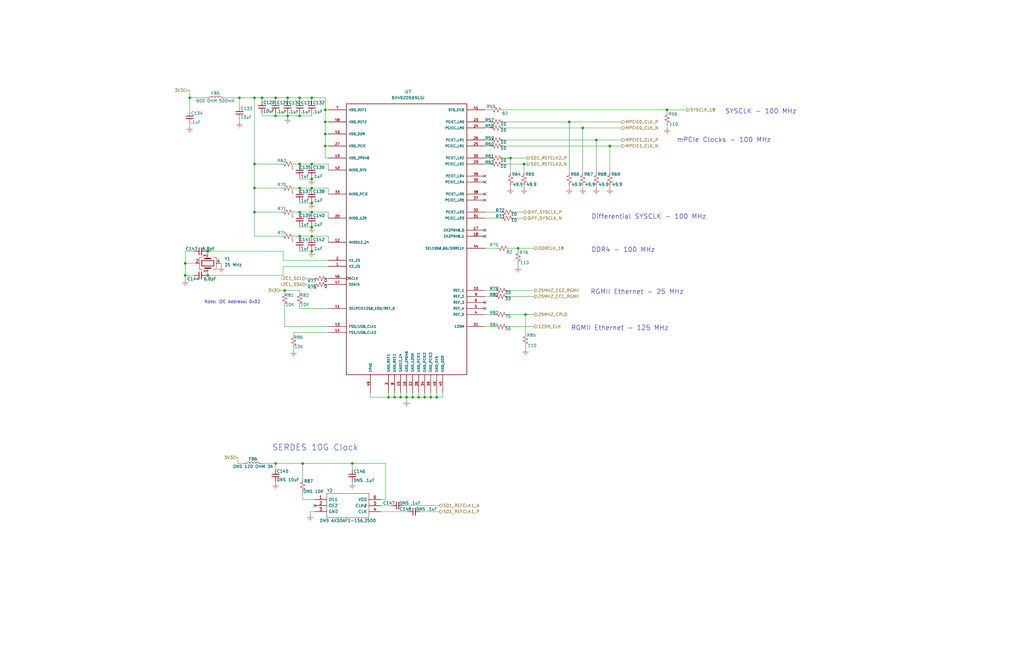
<source format=kicad_sch>
(kicad_sch (version 20200828) (generator eeschema)
  (page 5 6)
  (paper "USLedger")
  (title_block (title "AP2100-power-proto") (date "2020-10-06") (rev "1") (company "ISis ImageStream Internet Solutions, Inc."))
  (lib_symbols
    (symbol "6V49205BNLGI:6V49205BNLGI" (pin_names (offset 1.016))
      (property "Reference" "U" (at -25.4254 59.1312 0))
      (property "Value" "6V49205BNLGI" (at -1.27 59.0804 0))
      (symbol "6V49205BNLGI_0_0"
        (polyline (pts (xy -25.4 58.42) (xy 25.4 58.42)) (stroke (width 0.254)))
        (polyline (pts (xy 25.4 58.42) (xy 25.4 -55.88)) (stroke (width 0.254)))
        (polyline (pts (xy 25.4 -55.88) (xy -25.4 -55.88)) (stroke (width 0.254)))
        (polyline (pts (xy -25.4 -55.88) (xy -25.4 58.42)) (stroke (width 0.254)))
        (pin output line (at -33.02 -10.16 0) (length 7.62) (name "X2_25") (number "1"))
        (pin input line (at -33.02 -7.62 0) (length 7.62) (name "X1_25") (number "2"))
        (pin power_in line (at -7.62 -63.5 90) (length 7.62) (name "GND_REF1") (number "3"))
        (pin output line (at 33.02 -30.48 180) (length 7.62) (name "REF_5") (number "4"))
        (pin output line (at 33.02 -27.94 180) (length 7.62) (name "REF_4") (number "5"))
        (pin output line (at 33.02 -25.4 180) (length 7.62) (name "REF_3") (number "6"))
        (pin power_in line (at -33.02 55.88 0) (length 7.62) (name "VDD_REF1") (number "7"))
        (pin power_in line (at -5.08 -63.5 90) (length 7.62) (name "GND_REF2") (number "8"))
        (pin output line (at 33.02 -22.86 180) (length 7.62) (name "REF_2") (number "9"))
        (pin output line (at 33.02 -20.32 180) (length 7.62) (name "REF_1") (number "10"))
        (pin bidirectional line (at -33.02 -27.94 0) (length 7.62) (name "SELPCIE125#_100/REF_0") (number "11"))
        (pin power_in line (at -33.02 0 0) (length 7.62) (name "AVDD12_24") (number "12"))
        (pin bidirectional line (at -33.02 -35.56 0) (length 7.62) (name "FS0/USB_CLK1") (number "13"))
        (pin bidirectional line (at -33.02 -38.1 0) (length 7.62) (name "FS1/USB_CLK2") (number "14"))
        (pin power_in line (at -2.54 -63.5 90) (length 7.62) (name "GND12_24") (number "15"))
        (pin power_in line (at 0 -63.5 90) (length 7.62) (name "GND_2P048") (number "16"))
        (pin output line (at 33.02 5.08 180) (length 7.62) (name "CK2P048_0") (number "17"))
        (pin output line (at 33.02 2.54 180) (length 7.62) (name "CK2P048_1") (number "18"))
        (pin power_in line (at -33.02 35.56 0) (length 7.62) (name "VDD_2P048") (number "19"))
        (pin power_in line (at -33.02 10.16 0) (length 7.62) (name "AVDD_125") (number "20"))
        (pin output line (at 33.02 -35.56 180) (length 7.62) (name "125M") (number "21"))
        (pin power_in line (at 2.54 -63.5 90) (length 7.62) (name "GND_125M") (number "22"))
        (pin output line (at 33.02 50.8 180) (length 7.62) (name "PCIET_LR0") (number "23"))
        (pin output line (at 33.02 48.26 180) (length 7.62) (name "PCIEC_LR0") (number "24"))
        (pin output line (at 33.02 40.64 180) (length 7.62) (name "PCIEC_LR1") (number "25"))
        (pin output line (at 33.02 43.18 180) (length 7.62) (name "PCIET_LR1") (number "26"))
        (pin power_in line (at -33.02 40.64 0) (length 7.62) (name "VDD_PCIE") (number "27"))
        (pin power_in line (at 5.08 -63.5 90) (length 7.62) (name "GND_PCIE1") (number "28"))
        (pin output line (at 33.02 33.02 180) (length 7.62) (name "PCIEC_LR2") (number "29"))
        (pin output line (at 33.02 35.56 180) (length 7.62) (name "PCIET_LR2") (number "30"))
        (pin output line (at 33.02 10.16 180) (length 7.62) (name "PCIEC_LR3") (number "31"))
        (pin output line (at 33.02 12.7 180) (length 7.62) (name "PCIET_LR3") (number "32"))
        (pin power_in line (at -33.02 20.32 0) (length 7.62) (name "AVDD_PCIE") (number "33"))
        (pin power_in line (at 7.62 -63.5 90) (length 7.62) (name "GND_PCIE2") (number "34"))
        (pin output line (at 33.02 25.4 180) (length 7.62) (name "PCIEC_LR4") (number "35"))
        (pin output line (at 33.02 27.94 180) (length 7.62) (name "PCIET_LR4") (number "36"))
        (pin output line (at 33.02 17.78 180) (length 7.62) (name "PCIEC_LR5") (number "37"))
        (pin output line (at 33.02 20.32 180) (length 7.62) (name "PCIET_LR5") (number "38"))
        (pin power_in line (at 10.16 -63.5 90) (length 7.62) (name "GND_PCIE3") (number "39"))
        (pin power_in line (at 12.7 -63.5 90) (length 7.62) (name "GND_SYS") (number "40"))
        (pin output line (at 33.02 55.88 180) (length 7.62) (name "SYS_CCB") (number "41"))
        (pin power_in line (at -33.02 30.48 0) (length 7.62) (name "AVDD_SYS") (number "42"))
        (pin power_in line (at -33.02 45.72 0) (length 7.62) (name "VDD_DDR") (number "43"))
        (pin bidirectional line (at 33.02 -2.54 180) (length 7.62) (name "SEL100#_66/DDRCLK") (number "44"))
        (pin power_in line (at 15.24 -63.5 90) (length 7.62) (name "GND_DDR") (number "45"))
        (pin input clock (at -33.02 -15.24 0) (length 7.62) (name "SCLK") (number "46"))
        (pin bidirectional line (at -33.02 -17.78 0) (length 7.62) (name "SDATA") (number "47"))
        (pin power_in line (at -33.02 50.8 0) (length 7.62) (name "VDD_REF2") (number "48"))
        (pin passive line (at -15.24 -63.5 90) (length 7.62) (name "EPAD") (number "49"))
      )
    )
    (symbol "AP2100-rescue:GND-Scott" (power) (pin_names (offset 0))
      (property "Value" "GND-Scott" (at 0 -3.81 0))
      (symbol "GND-Scott_1_1"
        (polyline (pts (xy -0.635 -1.905) (xy 0.635 -1.905)))
        (polyline (pts (xy -0.127 -2.54) (xy 0.127 -2.54)))
        (polyline (pts (xy 0 -1.27) (xy 0 0)))
        (polyline (pts (xy 1.27 -1.27) (xy -1.27 -1.27)))
        (pin power_in line (at 0 0 270) (length 0) hide (name "GND") (number "1"))
      )
    )
    (symbol "AX3DCF1-156.2500:AX3DCF1-156.2500" (pin_names (offset 0.762))
      (property "Reference" "Y" (at 24.13 7.62 0))
      (property "Value" "AX3DCF1-156.2500" (at 24.13 5.08 0))
      (symbol "AX3DCF1-156.2500_0_1"
        (polyline (pts (xy 5.08 2.54) (xy 22.86 2.54) (xy 22.86 -7.62) (xy 5.08 -7.62) (xy 5.08 2.54)) (stroke (width 0.1524)))
      )
      (symbol "AX3DCF1-156.2500_0_0"
        (pin input line (at 0 0 0) (length 5.08) (name "OE1") (number "1"))
        (pin input line (at 0 -2.54 0) (length 5.08) (name "OE2") (number "2"))
        (pin power_in line (at 0 -5.08 0) (length 5.08) (name "GND") (number "3"))
        (pin output line (at 27.94 -5.08 180) (length 5.08) (name "CLK") (number "4"))
        (pin output line (at 27.94 -2.54 180) (length 5.08) (name "CLK#") (number "5"))
        (pin power_in line (at 27.94 0 180) (length 5.08) (name "VDD") (number "6"))
      )
    )
    (symbol "Device:C_Small" (pin_numbers hide) (pin_names (offset 0.254) hide)
      (property "Reference" "C" (at 0.254 1.778 0))
      (property "Value" "C_Small" (at 0.254 -2.032 0))
      (symbol "C_Small_0_1"
        (polyline (pts (xy -1.524 -0.508) (xy 1.524 -0.508)) (stroke (width 0.3302)))
        (polyline (pts (xy -1.524 0.508) (xy 1.524 0.508)) (stroke (width 0.3048)))
      )
      (symbol "C_Small_1_1"
        (pin passive line (at 0 2.54 270) (length 2.032) (name "~") (number "1"))
        (pin passive line (at 0 -2.54 90) (length 2.032) (name "~") (number "2"))
      )
    )
    (symbol "Device:Crystal_GND24" (pin_names (offset 1.016) hide)
      (property "Reference" "Y" (at 3.175 5.08 0))
      (property "Value" "Crystal_GND24" (at 3.175 3.175 0))
      (symbol "Crystal_GND24_0_1"
        (rectangle (start -1.143 2.54) (end 1.143 -2.54) (stroke (width 0.3048)))
        (polyline (pts (xy -2.54 0) (xy -2.032 0)))
        (polyline (pts (xy -2.032 -1.27) (xy -2.032 1.27)) (stroke (width 0.508)))
        (polyline (pts (xy 0 -3.81) (xy 0 -3.556)))
        (polyline (pts (xy 0 3.556) (xy 0 3.81)))
        (polyline (pts (xy 2.032 -1.27) (xy 2.032 1.27)) (stroke (width 0.508)))
        (polyline (pts (xy 2.032 0) (xy 2.54 0)))
        (polyline (pts (xy -2.54 -2.286) (xy -2.54 -3.556) (xy 2.54 -3.556) (xy 2.54 -2.286)))
        (polyline (pts (xy -2.54 2.286) (xy -2.54 3.556) (xy 2.54 3.556) (xy 2.54 2.286)))
      )
      (symbol "Crystal_GND24_1_1"
        (pin passive line (at -3.81 0 0) (length 1.27) (name "1") (number "1"))
        (pin passive line (at 0 5.08 270) (length 1.27) (name "2") (number "2"))
        (pin passive line (at 3.81 0 180) (length 1.27) (name "3") (number "3"))
        (pin passive line (at 0 -5.08 90) (length 1.27) (name "4") (number "4"))
      )
    )
    (symbol "Device:L" (pin_numbers hide) (pin_names hide)
      (property "Reference" "L" (at -1.27 0 90))
      (property "Value" "L" (at 1.905 0 90))
      (symbol "L_0_1"
        (arc (start 0 -2.54) (end 0 -1.27) (radius (at 0 -1.905) (length 0.635) (angles -89.9 89.9)))
        (arc (start 0 -1.27) (end 0 0) (radius (at 0 -0.635) (length 0.635) (angles -89.9 89.9)))
        (arc (start 0 0) (end 0 1.27) (radius (at 0 0.635) (length 0.635) (angles -89.9 89.9)))
        (arc (start 0 1.27) (end 0 2.54) (radius (at 0 1.905) (length 0.635) (angles -89.9 89.9)))
      )
      (symbol "L_1_1"
        (pin passive line (at 0 3.81 270) (length 1.27) (name "1") (number "1"))
        (pin passive line (at 0 -3.81 90) (length 1.27) (name "2") (number "2"))
      )
    )
    (symbol "Device:R_Small_US" (pin_numbers hide) (pin_names (offset 0.254) hide)
      (property "Reference" "R" (at 0.762 0.508 0))
      (property "Value" "R_Small_US" (at 0.762 -1.016 0))
      (symbol "R_Small_US_1_1"
        (polyline (pts (xy 0 0) (xy 1.016 -0.381) (xy 0 -0.762) (xy -1.016 -1.143) (xy 0 -1.524)))
        (polyline (pts (xy 0 1.524) (xy 1.016 1.143) (xy 0 0.762) (xy -1.016 0.381) (xy 0 0)))
        (pin passive line (at 0 2.54 270) (length 1.016) (name "~") (number "1"))
        (pin passive line (at 0 -2.54 90) (length 1.016) (name "~") (number "2"))
      )
    )
  )
  (junction (at 78.105 111.125) (diameter 0.9144))
  (junction (at 78.105 116.205) (diameter 0.9144))
  (junction (at 80.01 41.275) (diameter 0.9144))
  (junction (at 87.63 106.045) (diameter 0.9144))
  (junction (at 87.63 116.205) (diameter 0.9144))
  (junction (at 100.965 41.275) (diameter 0.9144))
  (junction (at 107.315 41.275) (diameter 0.9144))
  (junction (at 107.315 69.215) (diameter 0.9144))
  (junction (at 107.315 79.375) (diameter 0.9144))
  (junction (at 107.315 89.535) (diameter 0.9144))
  (junction (at 110.49 41.275) (diameter 0.9144))
  (junction (at 116.205 41.275) (diameter 0.9144))
  (junction (at 116.205 48.895) (diameter 0.9144))
  (junction (at 116.205 195.58) (diameter 0.9144))
  (junction (at 120.015 122.555) (diameter 0.9144))
  (junction (at 121.285 41.275) (diameter 0.9144))
  (junction (at 121.285 48.895) (diameter 0.9144))
  (junction (at 126.365 41.275) (diameter 0.9144))
  (junction (at 126.365 48.895) (diameter 0.9144))
  (junction (at 126.365 69.215) (diameter 0.9144))
  (junction (at 126.365 79.375) (diameter 0.9144))
  (junction (at 126.365 89.535) (diameter 0.9144))
  (junction (at 126.365 99.695) (diameter 0.9144))
  (junction (at 127.635 195.58) (diameter 0.9144))
  (junction (at 131.445 41.275) (diameter 0.9144))
  (junction (at 131.445 69.215) (diameter 0.9144))
  (junction (at 131.445 75.565) (diameter 0.9144))
  (junction (at 131.445 79.375) (diameter 0.9144))
  (junction (at 131.445 85.725) (diameter 0.9144))
  (junction (at 131.445 89.535) (diameter 0.9144))
  (junction (at 131.445 95.885) (diameter 0.9144))
  (junction (at 131.445 99.695) (diameter 0.9144))
  (junction (at 131.445 106.045) (diameter 0.9144))
  (junction (at 137.16 46.355) (diameter 0.9144))
  (junction (at 137.16 51.435) (diameter 0.9144))
  (junction (at 137.16 56.515) (diameter 0.9144))
  (junction (at 137.16 61.595) (diameter 0.9144))
  (junction (at 148.59 195.58) (diameter 0.9144))
  (junction (at 163.83 167.64) (diameter 0.9144))
  (junction (at 166.37 167.64) (diameter 0.9144))
  (junction (at 168.91 167.64) (diameter 0.9144))
  (junction (at 171.45 167.64) (diameter 0.9144))
  (junction (at 173.99 167.64) (diameter 0.9144))
  (junction (at 176.53 167.64) (diameter 0.9144))
  (junction (at 179.07 167.64) (diameter 0.9144))
  (junction (at 181.61 167.64) (diameter 0.9144))
  (junction (at 184.15 167.64) (diameter 0.9144))
  (junction (at 215.265 66.675) (diameter 0.9144))
  (junction (at 218.44 104.775) (diameter 0.9144))
  (junction (at 220.98 69.215) (diameter 0.9144))
  (junction (at 221.615 132.715) (diameter 0.9144))
  (junction (at 240.03 51.435) (diameter 0.9144))
  (junction (at 245.745 53.975) (diameter 0.9144))
  (junction (at 251.46 59.055) (diameter 0.9144))
  (junction (at 257.175 61.595) (diameter 0.9144))
  (junction (at 281.305 46.355) (diameter 0.9144))
  (no_connect (at 204.47 130.175))
  (no_connect (at 204.47 99.695))
  (no_connect (at 204.47 127.635))
  (no_connect (at 204.47 97.155))
  (no_connect (at 204.47 84.455))
  (no_connect (at 204.47 74.295))
  (no_connect (at 204.47 76.835))
  (no_connect (at 204.47 81.915))
  (no_connect (at 132.715 213.36))
  (wire (pts (xy 78.105 106.045) (xy 78.105 111.125)))
  (wire (pts (xy 78.105 106.045) (xy 81.915 106.045)))
  (wire (pts (xy 78.105 111.125) (xy 78.105 116.205)))
  (wire (pts (xy 78.105 111.125) (xy 82.55 111.125)))
  (wire (pts (xy 78.105 116.205) (xy 78.105 118.11)))
  (wire (pts (xy 78.105 116.205) (xy 81.915 116.205)))
  (wire (pts (xy 78.74 38.1) (xy 80.01 38.1)))
  (wire (pts (xy 80.01 38.1) (xy 80.01 41.275)))
  (wire (pts (xy 80.01 41.275) (xy 80.01 46.99)))
  (wire (pts (xy 80.01 52.07) (xy 80.01 53.34)))
  (wire (pts (xy 86.995 41.275) (xy 80.01 41.275)))
  (wire (pts (xy 86.995 106.045) (xy 87.63 106.045)))
  (wire (pts (xy 86.995 116.205) (xy 87.63 116.205)))
  (wire (pts (xy 87.63 106.045) (xy 119.38 106.045)))
  (wire (pts (xy 87.63 107.315) (xy 87.63 106.045)))
  (wire (pts (xy 87.63 116.205) (xy 87.63 114.935)))
  (wire (pts (xy 93.345 111.125) (xy 92.71 111.125)))
  (wire (pts (xy 93.345 112.395) (xy 93.345 111.125)))
  (wire (pts (xy 94.615 41.275) (xy 100.965 41.275)))
  (wire (pts (xy 99.695 193.04) (xy 100.33 193.04)))
  (wire (pts (xy 100.33 193.04) (xy 100.33 195.58)))
  (wire (pts (xy 100.965 41.275) (xy 100.965 45.085)))
  (wire (pts (xy 100.965 50.165) (xy 100.965 51.435)))
  (wire (pts (xy 102.87 195.58) (xy 100.33 195.58)))
  (wire (pts (xy 107.315 41.275) (xy 100.965 41.275)))
  (wire (pts (xy 107.315 69.215) (xy 107.315 41.275)))
  (wire (pts (xy 107.315 69.215) (xy 118.745 69.215)))
  (wire (pts (xy 107.315 79.375) (xy 107.315 69.215)))
  (wire (pts (xy 107.315 79.375) (xy 118.745 79.375)))
  (wire (pts (xy 107.315 89.535) (xy 107.315 79.375)))
  (wire (pts (xy 107.315 89.535) (xy 118.745 89.535)))
  (wire (pts (xy 107.315 99.695) (xy 107.315 89.535)))
  (wire (pts (xy 110.49 41.275) (xy 107.315 41.275)))
  (wire (pts (xy 110.49 41.275) (xy 116.205 41.275)))
  (wire (pts (xy 110.49 42.545) (xy 110.49 41.275)))
  (wire (pts (xy 110.49 47.625) (xy 110.49 48.895)))
  (wire (pts (xy 110.49 48.895) (xy 116.205 48.895)))
  (wire (pts (xy 116.205 41.275) (xy 116.205 42.545)))
  (wire (pts (xy 116.205 41.275) (xy 121.285 41.275)))
  (wire (pts (xy 116.205 47.625) (xy 116.205 48.895)))
  (wire (pts (xy 116.205 48.895) (xy 121.285 48.895)))
  (wire (pts (xy 116.205 195.58) (xy 110.49 195.58)))
  (wire (pts (xy 116.205 195.58) (xy 116.205 198.12)))
  (wire (pts (xy 116.205 203.2) (xy 116.205 203.835)))
  (wire (pts (xy 118.11 122.555) (xy 120.015 122.555)))
  (wire (pts (xy 118.745 99.695) (xy 107.315 99.695)))
  (wire (pts (xy 119.38 106.045) (xy 119.38 109.855)))
  (wire (pts (xy 119.38 109.855) (xy 138.43 109.855)))
  (wire (pts (xy 119.38 112.395) (xy 119.38 116.205)))
  (wire (pts (xy 119.38 116.205) (xy 87.63 116.205)))
  (wire (pts (xy 120.015 122.555) (xy 120.015 123.825)))
  (wire (pts (xy 120.015 122.555) (xy 126.365 122.555)))
  (wire (pts (xy 120.015 128.905) (xy 120.015 137.795)))
  (wire (pts (xy 120.015 137.795) (xy 138.43 137.795)))
  (wire (pts (xy 121.285 41.275) (xy 121.285 42.545)))
  (wire (pts (xy 121.285 41.275) (xy 126.365 41.275)))
  (wire (pts (xy 121.285 47.625) (xy 121.285 48.895)))
  (wire (pts (xy 121.285 48.895) (xy 121.285 49.53)))
  (wire (pts (xy 123.825 140.335) (xy 123.825 141.605)))
  (wire (pts (xy 123.825 146.685) (xy 123.825 147.955)))
  (wire (pts (xy 126.365 41.275) (xy 126.365 42.545)))
  (wire (pts (xy 126.365 41.275) (xy 131.445 41.275)))
  (wire (pts (xy 126.365 47.625) (xy 126.365 48.895)))
  (wire (pts (xy 126.365 48.895) (xy 121.285 48.895)))
  (wire (pts (xy 126.365 48.895) (xy 131.445 48.895)))
  (wire (pts (xy 126.365 69.215) (xy 123.825 69.215)))
  (wire (pts (xy 126.365 69.215) (xy 126.365 69.85)))
  (wire (pts (xy 126.365 74.93) (xy 126.365 75.565)))
  (wire (pts (xy 126.365 75.565) (xy 131.445 75.565)))
  (wire (pts (xy 126.365 79.375) (xy 123.825 79.375)))
  (wire (pts (xy 126.365 79.375) (xy 126.365 80.01)))
  (wire (pts (xy 126.365 85.09) (xy 126.365 85.725)))
  (wire (pts (xy 126.365 85.725) (xy 131.445 85.725)))
  (wire (pts (xy 126.365 89.535) (xy 123.825 89.535)))
  (wire (pts (xy 126.365 89.535) (xy 126.365 90.17)))
  (wire (pts (xy 126.365 95.25) (xy 126.365 95.885)))
  (wire (pts (xy 126.365 95.885) (xy 131.445 95.885)))
  (wire (pts (xy 126.365 99.695) (xy 123.825 99.695)))
  (wire (pts (xy 126.365 99.695) (xy 126.365 100.33)))
  (wire (pts (xy 126.365 105.41) (xy 126.365 106.045)))
  (wire (pts (xy 126.365 106.045) (xy 131.445 106.045)))
  (wire (pts (xy 126.365 123.825) (xy 126.365 122.555)))
  (wire (pts (xy 126.365 130.175) (xy 126.365 128.905)))
  (wire (pts (xy 127.635 195.58) (xy 116.205 195.58)))
  (wire (pts (xy 127.635 195.58) (xy 127.635 202.565)))
  (wire (pts (xy 127.635 207.645) (xy 127.635 210.82)))
  (wire (pts (xy 127.635 210.82) (xy 132.715 210.82)))
  (wire (pts (xy 128.905 117.475) (xy 132.715 117.475)))
  (wire (pts (xy 128.905 120.015) (xy 132.715 120.015)))
  (wire (pts (xy 130.81 215.9) (xy 130.81 217.17)))
  (wire (pts (xy 131.445 41.275) (xy 131.445 42.545)))
  (wire (pts (xy 131.445 41.275) (xy 137.16 41.275)))
  (wire (pts (xy 131.445 48.895) (xy 131.445 47.625)))
  (wire (pts (xy 131.445 69.215) (xy 126.365 69.215)))
  (wire (pts (xy 131.445 69.215) (xy 131.445 69.85)))
  (wire (pts (xy 131.445 74.93) (xy 131.445 75.565)))
  (wire (pts (xy 131.445 79.375) (xy 126.365 79.375)))
  (wire (pts (xy 131.445 79.375) (xy 131.445 80.01)))
  (wire (pts (xy 131.445 85.09) (xy 131.445 85.725)))
  (wire (pts (xy 131.445 89.535) (xy 126.365 89.535)))
  (wire (pts (xy 131.445 89.535) (xy 131.445 90.17)))
  (wire (pts (xy 131.445 95.25) (xy 131.445 95.885)))
  (wire (pts (xy 131.445 99.695) (xy 126.365 99.695)))
  (wire (pts (xy 131.445 99.695) (xy 131.445 100.33)))
  (wire (pts (xy 131.445 105.41) (xy 131.445 106.045)))
  (wire (pts (xy 132.715 215.9) (xy 130.81 215.9)))
  (wire (pts (xy 137.16 41.275) (xy 137.16 46.355)))
  (wire (pts (xy 137.16 46.355) (xy 137.16 51.435)))
  (wire (pts (xy 137.16 46.355) (xy 138.43 46.355)))
  (wire (pts (xy 137.16 51.435) (xy 137.16 56.515)))
  (wire (pts (xy 137.16 51.435) (xy 138.43 51.435)))
  (wire (pts (xy 137.16 56.515) (xy 137.16 61.595)))
  (wire (pts (xy 137.16 56.515) (xy 138.43 56.515)))
  (wire (pts (xy 137.16 61.595) (xy 137.16 66.675)))
  (wire (pts (xy 137.16 61.595) (xy 138.43 61.595)))
  (wire (pts (xy 137.16 66.675) (xy 138.43 66.675)))
  (wire (pts (xy 137.795 117.475) (xy 138.43 117.475)))
  (wire (pts (xy 137.795 120.015) (xy 138.43 120.015)))
  (wire (pts (xy 138.43 69.215) (xy 131.445 69.215)))
  (wire (pts (xy 138.43 69.215) (xy 138.43 71.755)))
  (wire (pts (xy 138.43 79.375) (xy 131.445 79.375)))
  (wire (pts (xy 138.43 79.375) (xy 138.43 81.915)))
  (wire (pts (xy 138.43 89.535) (xy 131.445 89.535)))
  (wire (pts (xy 138.43 89.535) (xy 138.43 92.075)))
  (wire (pts (xy 138.43 99.695) (xy 131.445 99.695)))
  (wire (pts (xy 138.43 99.695) (xy 138.43 102.235)))
  (wire (pts (xy 138.43 112.395) (xy 119.38 112.395)))
  (wire (pts (xy 138.43 130.175) (xy 126.365 130.175)))
  (wire (pts (xy 138.43 140.335) (xy 123.825 140.335)))
  (wire (pts (xy 148.59 195.58) (xy 127.635 195.58)))
  (wire (pts (xy 148.59 195.58) (xy 148.59 198.12)))
  (wire (pts (xy 148.59 203.2) (xy 148.59 203.835)))
  (wire (pts (xy 156.21 165.735) (xy 156.21 167.64)))
  (wire (pts (xy 156.21 167.64) (xy 163.83 167.64)))
  (wire (pts (xy 160.655 210.82) (xy 162.56 210.82)))
  (wire (pts (xy 160.655 213.36) (xy 165.1 213.36)))
  (wire (pts (xy 160.655 215.9) (xy 172.085 215.9)))
  (wire (pts (xy 162.56 195.58) (xy 148.59 195.58)))
  (wire (pts (xy 162.56 210.82) (xy 162.56 195.58)))
  (wire (pts (xy 163.83 165.735) (xy 163.83 167.64)))
  (wire (pts (xy 163.83 167.64) (xy 166.37 167.64)))
  (wire (pts (xy 166.37 165.735) (xy 166.37 167.64)))
  (wire (pts (xy 166.37 167.64) (xy 168.91 167.64)))
  (wire (pts (xy 168.91 165.735) (xy 168.91 167.64)))
  (wire (pts (xy 168.91 167.64) (xy 171.45 167.64)))
  (wire (pts (xy 170.18 213.36) (xy 185.42 213.36)))
  (wire (pts (xy 171.45 165.735) (xy 171.45 167.64)))
  (wire (pts (xy 171.45 167.64) (xy 171.45 168.91)))
  (wire (pts (xy 171.45 167.64) (xy 173.99 167.64)))
  (wire (pts (xy 173.99 165.735) (xy 173.99 167.64)))
  (wire (pts (xy 173.99 167.64) (xy 176.53 167.64)))
  (wire (pts (xy 176.53 165.735) (xy 176.53 167.64)))
  (wire (pts (xy 176.53 167.64) (xy 179.07 167.64)))
  (wire (pts (xy 177.165 215.9) (xy 185.42 215.9)))
  (wire (pts (xy 179.07 165.735) (xy 179.07 167.64)))
  (wire (pts (xy 179.07 167.64) (xy 181.61 167.64)))
  (wire (pts (xy 181.61 165.735) (xy 181.61 167.64)))
  (wire (pts (xy 181.61 167.64) (xy 184.15 167.64)))
  (wire (pts (xy 184.15 165.735) (xy 184.15 167.64)))
  (wire (pts (xy 184.15 167.64) (xy 186.69 167.64)))
  (wire (pts (xy 186.69 167.64) (xy 186.69 165.735)))
  (wire (pts (xy 204.47 46.355) (xy 207.01 46.355)))
  (wire (pts (xy 204.47 51.435) (xy 207.01 51.435)))
  (wire (pts (xy 204.47 53.975) (xy 207.01 53.975)))
  (wire (pts (xy 204.47 59.055) (xy 207.01 59.055)))
  (wire (pts (xy 204.47 61.595) (xy 207.01 61.595)))
  (wire (pts (xy 204.47 66.675) (xy 207.01 66.675)))
  (wire (pts (xy 204.47 69.215) (xy 207.01 69.215)))
  (wire (pts (xy 204.47 89.535) (xy 211.455 89.535)))
  (wire (pts (xy 204.47 92.075) (xy 211.455 92.075)))
  (wire (pts (xy 204.47 104.775) (xy 209.55 104.775)))
  (wire (pts (xy 204.47 122.555) (xy 208.915 122.555)))
  (wire (pts (xy 204.47 125.095) (xy 208.915 125.095)))
  (wire (pts (xy 204.47 132.715) (xy 208.915 132.715)))
  (wire (pts (xy 204.47 137.795) (xy 208.915 137.795)))
  (wire (pts (xy 212.09 46.355) (xy 281.305 46.355)))
  (wire (pts (xy 212.09 51.435) (xy 240.03 51.435)))
  (wire (pts (xy 212.09 53.975) (xy 245.745 53.975)))
  (wire (pts (xy 212.09 59.055) (xy 251.46 59.055)))
  (wire (pts (xy 212.09 61.595) (xy 257.175 61.595)))
  (wire (pts (xy 212.09 69.215) (xy 220.98 69.215)))
  (wire (pts (xy 213.36 66.675) (xy 215.265 66.675)))
  (wire (pts (xy 213.995 122.555) (xy 225.425 122.555)))
  (wire (pts (xy 213.995 125.095) (xy 225.425 125.095)))
  (wire (pts (xy 213.995 132.715) (xy 221.615 132.715)))
  (wire (pts (xy 213.995 137.795) (xy 225.425 137.795)))
  (wire (pts (xy 214.63 104.775) (xy 218.44 104.775)))
  (wire (pts (xy 215.265 66.675) (xy 212.09 66.675)))
  (wire (pts (xy 215.265 66.675) (xy 215.265 73.025)))
  (wire (pts (xy 215.265 66.675) (xy 222.25 66.675)))
  (wire (pts (xy 215.265 78.105) (xy 215.265 79.375)))
  (wire (pts (xy 216.535 89.535) (xy 220.98 89.535)))
  (wire (pts (xy 216.535 92.075) (xy 220.98 92.075)))
  (wire (pts (xy 218.44 104.775) (xy 218.44 106.045)))
  (wire (pts (xy 218.44 104.775) (xy 225.425 104.775)))
  (wire (pts (xy 218.44 111.125) (xy 218.44 112.395)))
  (wire (pts (xy 220.98 69.215) (xy 220.98 73.025)))
  (wire (pts (xy 220.98 69.215) (xy 222.25 69.215)))
  (wire (pts (xy 220.98 78.105) (xy 220.98 79.375)))
  (wire (pts (xy 221.615 132.715) (xy 221.615 140.97)))
  (wire (pts (xy 221.615 132.715) (xy 225.425 132.715)))
  (wire (pts (xy 221.615 146.05) (xy 221.615 147.32)))
  (wire (pts (xy 240.03 51.435) (xy 240.03 73.025)))
  (wire (pts (xy 240.03 51.435) (xy 262.255 51.435)))
  (wire (pts (xy 240.03 78.105) (xy 240.03 79.375)))
  (wire (pts (xy 245.745 53.975) (xy 245.745 73.025)))
  (wire (pts (xy 245.745 53.975) (xy 262.255 53.975)))
  (wire (pts (xy 245.745 78.105) (xy 245.745 79.375)))
  (wire (pts (xy 251.46 59.055) (xy 251.46 73.025)))
  (wire (pts (xy 251.46 59.055) (xy 262.255 59.055)))
  (wire (pts (xy 251.46 78.105) (xy 251.46 79.375)))
  (wire (pts (xy 257.175 61.595) (xy 257.175 73.025)))
  (wire (pts (xy 257.175 61.595) (xy 262.255 61.595)))
  (wire (pts (xy 257.175 78.105) (xy 257.175 79.375)))
  (wire (pts (xy 281.305 46.355) (xy 281.305 47.625)))
  (wire (pts (xy 281.305 46.355) (xy 289.56 46.355)))
  (wire (pts (xy 281.305 52.705) (xy 281.305 53.975)))
  (text "Note: I2C Address: 0xD2" (at 109.855 128.27 180) (effects (font (size 1.27 1.27)) (justify right bottom)))
  (text "SERDES 10G Clock" (at 151.13 190.5 180) (effects (font (size 2.54 2.54)) (justify right bottom)))
  (text "DDR4 - 100 MHz" (at 276.225 106.68 180) (effects (font (size 2.0066 2.0066)) (justify right bottom)))
  (text "RGMII Ethernet - 125 MHz" (at 281.94 139.7 180) (effects (font (size 2.0066 2.0066)) (justify right bottom)))
  (text "RGMII Ethernet - 25 MHz" (at 288.29 124.46 180) (effects (font (size 2.0066 2.0066)) (justify right bottom)))
  (text "Differential SYSCLK - 100 MHz" (at 297.815 92.71 180) (effects (font (size 2.0066 2.0066)) (justify right bottom)))
  (text "mPCIe Clocks - 100 MHz" (at 325.12 60.325 180) (effects (font (size 2.0066 2.0066)) (justify right bottom)))
  (text "SYSCLK - 100 MHz" (at 335.915 48.26 180) (effects (font (size 2.0066 2.0066)) (justify right bottom)))
  (hierarchical_label "3V3" (shape input) (at 78.74 38.1 180))
  (hierarchical_label "3V3" (shape input) (at 99.695 193.04 180))
  (hierarchical_label "3V3" (shape input) (at 118.11 122.555 180))
  (hierarchical_label "I2C1_SCL" (shape input) (at 128.905 117.475 180))
  (hierarchical_label "I2C1_SDA" (shape input) (at 128.905 120.015 180))
  (hierarchical_label "SD1_REFCLK1_N" (shape output) (at 185.42 213.36 0))
  (hierarchical_label "SD1_REFCLK1_P" (shape output) (at 185.42 215.9 0))
  (hierarchical_label "DIFF_SYSCLK_P" (shape output) (at 220.98 89.535 0))
  (hierarchical_label "DIFF_SYSCLK_N" (shape output) (at 220.98 92.075 0))
  (hierarchical_label "SD1_REFCLK2_P" (shape output) (at 222.25 66.675 0))
  (hierarchical_label "SD1_REFCLK2_N" (shape output) (at 222.25 69.215 0))
  (hierarchical_label "DDRCLK_18" (shape output) (at 225.425 104.775 0))
  (hierarchical_label "25MHZ_EC2_RGMII" (shape output) (at 225.425 122.555 0))
  (hierarchical_label "25MHZ_EC1_RGMII" (shape output) (at 225.425 125.095 0))
  (hierarchical_label "25MHZ_CPLD" (shape output) (at 225.425 132.715 0))
  (hierarchical_label "125M_CLK" (shape output) (at 225.425 137.795 0))
  (hierarchical_label "MPCIE0_CLK_P" (shape output) (at 262.255 51.435 0))
  (hierarchical_label "MPCIE0_CLK_N" (shape output) (at 262.255 53.975 0))
  (hierarchical_label "MPCIE1_CLK_P" (shape output) (at 262.255 59.055 0))
  (hierarchical_label "MPCIE1_CLK_N" (shape output) (at 262.255 61.595 0))
  (hierarchical_label "SYSCLK_18" (shape output) (at 289.56 46.355 0))
  (symbol (lib_id "Device:L") (at 90.805 41.275 270) (mirror x) (unit 1)
    (property "Reference" "FB5" (at 90.805 39.37 90))
    (property "Value" "600 OHM 500mA" (at 90.805 42.545 90))
    (property "Footprint" "Inductor_SMD:L_0603_1608Metric" (effects hide))
    (property "Datasheet" "https://www.mouser.com/datasheet/2/281/c31e-794748.pdf" (effects hide))
    (property "PartsBoxID" "0603-600R-500mA" (effects hide))
  )
  (symbol (lib_id "Device:L") (at 106.68 195.58 90) (unit 1)
    (property "Reference" "FB6" (at 106.68 193.675 90))
    (property "Value" "DNS 120 OHM 3A" (at 106.68 196.85 90))
    (property "Footprint" "Inductor_SMD:L_0603_1608Metric" (effects hide))
    (property "PartsBoxID" "0603-120R-3A" (effects hide))
  )
  (symbol (lib_id "AP2100-rescue:GND-Scott") (at 78.105 118.11 0) (unit 1)
    (property "Reference" "#PWR085" (effects hide))
    (property "Value" "GND" (effects hide))
  )
  (symbol (lib_id "AP2100-rescue:GND-Scott") (at 80.01 53.34 0) (unit 1)
    (property "Reference" "#PWR071" (effects hide))
    (property "Value" "GND" (effects hide))
  )
  (symbol (lib_id "AP2100-rescue:GND-Scott") (at 93.345 112.395 0) (unit 1)
    (property "Reference" "#PWR083" (effects hide))
    (property "Value" "GND" (effects hide))
  )
  (symbol (lib_id "AP2100-rescue:GND-Scott") (at 100.965 51.435 0) (unit 1)
    (property "Reference" "#PWR070" (effects hide))
    (property "Value" "GND" (effects hide))
  )
  (symbol (lib_id "AP2100-rescue:GND-Scott") (at 116.205 203.835 0) (unit 1)
    (property "Reference" "#PWR089" (effects hide))
    (property "Value" "GND" (effects hide))
  )
  (symbol (lib_id "AP2100-rescue:GND-Scott") (at 121.285 49.53 0) (unit 1)
    (property "Reference" "#PWR069" (effects hide))
    (property "Value" "GND" (effects hide))
  )
  (symbol (lib_id "AP2100-rescue:GND-Scott") (at 123.825 147.955 0) (unit 1)
    (property "Reference" "#PWR087" (effects hide))
    (property "Value" "GND" (effects hide))
  )
  (symbol (lib_id "AP2100-rescue:GND-Scott") (at 130.81 217.17 0) (unit 1)
    (property "Reference" "#PWR091" (effects hide))
    (property "Value" "GND" (effects hide))
  )
  (symbol (lib_id "AP2100-rescue:GND-Scott") (at 131.445 75.565 0) (unit 1)
    (property "Reference" "#PWR073" (effects hide))
    (property "Value" "GND" (effects hide))
  )
  (symbol (lib_id "AP2100-rescue:GND-Scott") (at 131.445 85.725 0) (unit 1)
    (property "Reference" "#PWR080" (effects hide))
    (property "Value" "GND" (effects hide))
  )
  (symbol (lib_id "AP2100-rescue:GND-Scott") (at 131.445 95.885 0) (unit 1)
    (property "Reference" "#PWR081" (effects hide))
    (property "Value" "GND" (effects hide))
  )
  (symbol (lib_id "AP2100-rescue:GND-Scott") (at 131.445 106.045 0) (unit 1)
    (property "Reference" "#PWR082" (effects hide))
    (property "Value" "GND" (effects hide))
  )
  (symbol (lib_id "AP2100-rescue:GND-Scott") (at 148.59 203.835 0) (unit 1)
    (property "Reference" "#PWR090" (effects hide))
    (property "Value" "GND" (effects hide))
  )
  (symbol (lib_id "AP2100-rescue:GND-Scott") (at 171.45 168.91 0) (unit 1)
    (property "Reference" "#PWR088" (effects hide))
    (property "Value" "GND" (effects hide))
  )
  (symbol (lib_id "AP2100-rescue:GND-Scott") (at 215.265 79.375 0) (unit 1)
    (property "Reference" "#PWR074" (effects hide))
    (property "Value" "GND" (effects hide))
  )
  (symbol (lib_id "AP2100-rescue:GND-Scott") (at 218.44 112.395 0) (unit 1)
    (property "Reference" "#PWR084" (effects hide))
    (property "Value" "GND" (effects hide))
  )
  (symbol (lib_id "AP2100-rescue:GND-Scott") (at 220.98 79.375 0) (unit 1)
    (property "Reference" "#PWR075" (effects hide))
    (property "Value" "GND" (effects hide))
  )
  (symbol (lib_id "AP2100-rescue:GND-Scott") (at 221.615 147.32 0) (unit 1)
    (property "Reference" "#PWR086" (effects hide))
    (property "Value" "GND" (effects hide))
  )
  (symbol (lib_id "AP2100-rescue:GND-Scott") (at 240.03 79.375 0) (unit 1)
    (property "Reference" "#PWR076" (effects hide))
    (property "Value" "GND" (effects hide))
  )
  (symbol (lib_id "AP2100-rescue:GND-Scott") (at 245.745 79.375 0) (unit 1)
    (property "Reference" "#PWR077" (effects hide))
    (property "Value" "GND" (effects hide))
  )
  (symbol (lib_id "AP2100-rescue:GND-Scott") (at 251.46 79.375 0) (unit 1)
    (property "Reference" "#PWR078" (effects hide))
    (property "Value" "GND" (effects hide))
  )
  (symbol (lib_id "AP2100-rescue:GND-Scott") (at 257.175 79.375 0) (unit 1)
    (property "Reference" "#PWR079" (effects hide))
    (property "Value" "GND" (effects hide))
  )
  (symbol (lib_id "AP2100-rescue:GND-Scott") (at 281.305 53.975 0) (unit 1)
    (property "Reference" "#PWR072" (effects hide))
    (property "Value" "GND" (effects hide))
  )
  (symbol (lib_id "Device:R_Small_US") (at 120.015 126.365 0) (mirror y) (unit 1)
    (property "Reference" "R81" (at 123.952 124.587 0) (effects (justify left)))
    (property "Value" "10K" (at 124.206 128.524 0) (effects (justify left)))
    (property "Footprint" "Resistor_SMD:R_0402_1005Metric" (effects hide))
    (property "PartsBoxID" "0402-10K-1%" (effects hide))
  )
  (symbol (lib_id "Device:R_Small_US") (at 121.285 69.215 90) (mirror x) (unit 1)
    (property "Reference" "R62" (at 120.777 67.818 90) (effects (justify left)))
    (property "Value" "1" (at 124.079 70.739 90) (effects (justify left)))
    (property "Footprint" "Resistor_SMD:R_0402_1005Metric" (effects hide))
    (property "PartsBoxID" "0402-1-1%" (effects hide))
  )
  (symbol (lib_id "Device:R_Small_US") (at 121.285 79.375 90) (mirror x) (unit 1)
    (property "Reference" "R70" (at 120.777 77.978 90) (effects (justify left)))
    (property "Value" "1" (at 124.079 80.899 90) (effects (justify left)))
    (property "Footprint" "Resistor_SMD:R_0402_1005Metric" (effects hide))
    (property "PartsBoxID" "0402-1-1%" (effects hide))
  )
  (symbol (lib_id "Device:R_Small_US") (at 121.285 89.535 90) (mirror x) (unit 1)
    (property "Reference" "R71" (at 120.777 88.138 90) (effects (justify left)))
    (property "Value" "1" (at 124.079 91.059 90) (effects (justify left)))
    (property "Footprint" "Resistor_SMD:R_0402_1005Metric" (effects hide))
    (property "PartsBoxID" "0402-1-1%" (effects hide))
  )
  (symbol (lib_id "Device:R_Small_US") (at 121.285 99.695 90) (mirror x) (unit 1)
    (property "Reference" "R74" (at 120.777 98.298 90) (effects (justify left)))
    (property "Value" "1" (at 124.079 101.219 90) (effects (justify left)))
    (property "Footprint" "Resistor_SMD:R_0402_1005Metric" (effects hide))
    (property "PartsBoxID" "0402-1-1%" (effects hide))
  )
  (symbol (lib_id "Device:R_Small_US") (at 123.825 144.145 0) (mirror y) (unit 1)
    (property "Reference" "R86" (at 127.762 142.367 0) (effects (justify left)))
    (property "Value" "10K" (at 128.016 146.304 0) (effects (justify left)))
    (property "Footprint" "Resistor_SMD:R_0402_1005Metric" (effects hide))
    (property "PartsBoxID" "0402-10K-1%" (effects hide))
  )
  (symbol (lib_id "Device:R_Small_US") (at 126.365 126.365 0) (mirror y) (unit 1)
    (property "Reference" "R82" (at 130.302 124.587 0) (effects (justify left)))
    (property "Value" "10K" (at 130.556 128.524 0) (effects (justify left)))
    (property "Footprint" "Resistor_SMD:R_0402_1005Metric" (effects hide))
    (property "PartsBoxID" "0402-10K-1%" (effects hide))
  )
  (symbol (lib_id "Device:R_Small_US") (at 127.635 205.105 0) (mirror x) (unit 1)
    (property "Reference" "R87" (at 128.143 203.073 0) (effects (justify left)))
    (property "Value" "DNS 10K" (at 127.889 207.391 0) (effects (justify left)))
    (property "Footprint" "Resistor_SMD:R_0402_1005Metric" (effects hide))
    (property "PartsBoxID" "0402-10K-1%" (effects hide))
  )
  (symbol (lib_id "Device:R_Small_US") (at 135.255 117.475 90) (mirror x) (unit 1)
    (property "Reference" "R77" (at 133.477 118.618 90) (effects (justify left)))
    (property "Value" "0" (at 138.049 118.364 90) (effects (justify left)))
    (property "Footprint" "Resistor_SMD:R_0402_1005Metric" (effects hide))
    (property "PartsBoxID" "0402-0-1%" (effects hide))
  )
  (symbol (lib_id "Device:R_Small_US") (at 135.255 120.015 90) (mirror x) (unit 1)
    (property "Reference" "R78" (at 133.477 121.158 90) (effects (justify left)))
    (property "Value" "0" (at 138.049 120.904 90) (effects (justify left)))
    (property "Footprint" "Resistor_SMD:R_0402_1005Metric" (effects hide))
    (property "PartsBoxID" "0402-0-1%" (effects hide))
  )
  (symbol (lib_id "Device:R_Small_US") (at 209.55 46.355 90) (mirror x) (unit 1)
    (property "Reference" "R55" (at 209.042 44.958 90) (effects (justify left)))
    (property "Value" "82" (at 214.249 47.879 90) (effects (justify left)))
    (property "Footprint" "Resistor_SMD:R_0402_1005Metric" (effects hide))
    (property "PartsBoxID" "0402-82-1%" (effects hide))
  )
  (symbol (lib_id "Device:R_Small_US") (at 209.55 51.435 90) (mirror x) (unit 1)
    (property "Reference" "R57" (at 208.407 50.673 90) (effects (justify left)))
    (property "Value" "10" (at 213.614 52.324 90) (effects (justify left)))
    (property "Footprint" "Resistor_SMD:R_0402_1005Metric" (effects hide))
    (property "PartsBoxID" "0402-10-1%" (effects hide))
  )
  (symbol (lib_id "Device:R_Small_US") (at 209.55 53.975 90) (mirror x) (unit 1)
    (property "Reference" "R58" (at 208.407 53.213 90) (effects (justify left)))
    (property "Value" "10" (at 213.614 54.864 90) (effects (justify left)))
    (property "Footprint" "Resistor_SMD:R_0402_1005Metric" (effects hide))
    (property "PartsBoxID" "0402-10-1%" (effects hide))
  )
  (symbol (lib_id "Device:R_Small_US") (at 209.55 59.055 90) (mirror x) (unit 1)
    (property "Reference" "R59" (at 208.407 58.293 90) (effects (justify left)))
    (property "Value" "10" (at 213.614 59.944 90) (effects (justify left)))
    (property "Footprint" "Resistor_SMD:R_0402_1005Metric" (effects hide))
    (property "PartsBoxID" "0402-10-1%" (effects hide))
  )
  (symbol (lib_id "Device:R_Small_US") (at 209.55 61.595 90) (mirror x) (unit 1)
    (property "Reference" "R60" (at 208.407 60.833 90) (effects (justify left)))
    (property "Value" "10" (at 213.614 62.484 90) (effects (justify left)))
    (property "Footprint" "Resistor_SMD:R_0402_1005Metric" (effects hide))
    (property "PartsBoxID" "0402-10-1%" (effects hide))
  )
  (symbol (lib_id "Device:R_Small_US") (at 209.55 66.675 90) (mirror x) (unit 1)
    (property "Reference" "R61" (at 208.407 65.913 90) (effects (justify left)))
    (property "Value" "10" (at 213.614 67.564 90) (effects (justify left)))
    (property "Footprint" "Resistor_SMD:R_0402_1005Metric" (effects hide))
    (property "PartsBoxID" "0402-10-1%" (effects hide))
  )
  (symbol (lib_id "Device:R_Small_US") (at 209.55 69.215 90) (mirror x) (unit 1)
    (property "Reference" "R63" (at 208.407 68.453 90) (effects (justify left)))
    (property "Value" "10" (at 213.614 70.104 90) (effects (justify left)))
    (property "Footprint" "Resistor_SMD:R_0402_1005Metric" (effects hide))
    (property "PartsBoxID" "0402-10-1%" (effects hide))
  )
  (symbol (lib_id "Device:R_Small_US") (at 211.455 122.555 90) (mirror x) (unit 1)
    (property "Reference" "R79" (at 210.312 121.793 90) (effects (justify left)))
    (property "Value" "33" (at 215.519 123.444 90) (effects (justify left)))
    (property "Footprint" "Resistor_SMD:R_0402_1005Metric" (effects hide))
    (property "PartsBoxID" "0402-33-1%" (effects hide))
  )
  (symbol (lib_id "Device:R_Small_US") (at 211.455 125.095 90) (mirror x) (unit 1)
    (property "Reference" "R80" (at 210.312 124.333 90) (effects (justify left)))
    (property "Value" "33" (at 215.519 125.984 90) (effects (justify left)))
    (property "Footprint" "Resistor_SMD:R_0402_1005Metric" (effects hide))
    (property "PartsBoxID" "0402-33-1%" (effects hide))
  )
  (symbol (lib_id "Device:R_Small_US") (at 211.455 132.715 90) (mirror x) (unit 1)
    (property "Reference" "R83" (at 210.312 131.953 90) (effects (justify left)))
    (property "Value" "75" (at 215.519 133.604 90) (effects (justify left)))
    (property "Footprint" "Resistor_SMD:R_0402_1005Metric" (effects hide))
    (property "PartsBoxID" "0402-75-1%" (effects hide))
  )
  (symbol (lib_id "Device:R_Small_US") (at 211.455 137.795 90) (mirror x) (unit 1)
    (property "Reference" "R84" (at 210.312 137.033 90) (effects (justify left)))
    (property "Value" "56" (at 215.519 138.684 90) (effects (justify left)))
    (property "Footprint" "Resistor_SMD:R_0402_1005Metric" (effects hide))
    (property "PartsBoxID" "0402-56-1%" (effects hide))
  )
  (symbol (lib_id "Device:R_Small_US") (at 212.09 104.775 90) (mirror x) (unit 1)
    (property "Reference" "R75" (at 210.312 103.378 90) (effects (justify left)))
    (property "Value" "82" (at 216.154 106.299 90) (effects (justify left)))
    (property "Footprint" "Resistor_SMD:R_0402_1005Metric" (effects hide))
    (property "PartsBoxID" "0402-82-1%" (effects hide))
  )
  (symbol (lib_id "Device:R_Small_US") (at 213.995 89.535 90) (mirror x) (unit 1)
    (property "Reference" "R72" (at 212.852 88.773 90) (effects (justify left)))
    (property "Value" "10" (at 218.059 90.424 90) (effects (justify left)))
    (property "Footprint" "Resistor_SMD:R_0402_1005Metric" (effects hide))
    (property "PartsBoxID" "0402-10-1%" (effects hide))
  )
  (symbol (lib_id "Device:R_Small_US") (at 213.995 92.075 90) (mirror x) (unit 1)
    (property "Reference" "R73" (at 212.852 91.313 90) (effects (justify left)))
    (property "Value" "10" (at 218.059 92.964 90) (effects (justify left)))
    (property "Footprint" "Resistor_SMD:R_0402_1005Metric" (effects hide))
    (property "PartsBoxID" "0402-10-1%" (effects hide))
  )
  (symbol (lib_id "Device:R_Small_US") (at 215.265 75.565 0) (mirror x) (unit 1)
    (property "Reference" "R64" (at 215.773 73.533 0) (effects (justify left)))
    (property "Value" "49.9" (at 216.154 77.851 0) (effects (justify left)))
    (property "Footprint" "Resistor_SMD:R_0402_1005Metric" (effects hide))
    (property "PartsBoxID" "0402-49.9-1%" (effects hide))
  )
  (symbol (lib_id "Device:R_Small_US") (at 218.44 108.585 0) (mirror x) (unit 1)
    (property "Reference" "R76" (at 218.948 106.553 0) (effects (justify left)))
    (property "Value" "110" (at 219.329 110.871 0) (effects (justify left)))
    (property "Footprint" "Resistor_SMD:R_0402_1005Metric" (effects hide))
    (property "PartsBoxID" "0402-110-1%" (effects hide))
  )
  (symbol (lib_id "Device:R_Small_US") (at 220.98 75.565 0) (mirror x) (unit 1)
    (property "Reference" "R65" (at 221.488 73.533 0) (effects (justify left)))
    (property "Value" "49.9" (at 221.869 77.851 0) (effects (justify left)))
    (property "Footprint" "Resistor_SMD:R_0402_1005Metric" (effects hide))
    (property "PartsBoxID" "0402-49.9-1%" (effects hide))
  )
  (symbol (lib_id "Device:R_Small_US") (at 221.615 143.51 0) (mirror x) (unit 1)
    (property "Reference" "R85" (at 222.123 141.478 0) (effects (justify left)))
    (property "Value" "110" (at 222.504 145.796 0) (effects (justify left)))
    (property "Footprint" "Resistor_SMD:R_0402_1005Metric" (effects hide))
    (property "PartsBoxID" "0402-110-1%" (effects hide))
  )
  (symbol (lib_id "Device:R_Small_US") (at 240.03 75.565 0) (mirror x) (unit 1)
    (property "Reference" "R66" (at 240.538 73.533 0) (effects (justify left)))
    (property "Value" "49.9" (at 240.919 77.851 0) (effects (justify left)))
    (property "Footprint" "Resistor_SMD:R_0402_1005Metric" (effects hide))
    (property "PartsBoxID" "0402-49.9-1%" (effects hide))
  )
  (symbol (lib_id "Device:R_Small_US") (at 245.745 75.565 0) (mirror x) (unit 1)
    (property "Reference" "R67" (at 246.253 73.533 0) (effects (justify left)))
    (property "Value" "49.9" (at 246.634 77.851 0) (effects (justify left)))
    (property "Footprint" "Resistor_SMD:R_0402_1005Metric" (effects hide))
    (property "PartsBoxID" "0402-49.9-1%" (effects hide))
  )
  (symbol (lib_id "Device:R_Small_US") (at 251.46 75.565 0) (mirror x) (unit 1)
    (property "Reference" "R68" (at 251.968 73.533 0) (effects (justify left)))
    (property "Value" "49.9" (at 252.349 77.851 0) (effects (justify left)))
    (property "Footprint" "Resistor_SMD:R_0402_1005Metric" (effects hide))
    (property "PartsBoxID" "0402-49.9-1%" (effects hide))
  )
  (symbol (lib_id "Device:R_Small_US") (at 257.175 75.565 0) (mirror x) (unit 1)
    (property "Reference" "R69" (at 257.683 73.533 0) (effects (justify left)))
    (property "Value" "49.9" (at 258.064 77.851 0) (effects (justify left)))
    (property "Footprint" "Resistor_SMD:R_0402_1005Metric" (effects hide))
    (property "PartsBoxID" "0402-49.9-1%" (effects hide))
  )
  (symbol (lib_id "Device:R_Small_US") (at 281.305 50.165 0) (mirror x) (unit 1)
    (property "Reference" "R56" (at 281.813 48.133 0) (effects (justify left)))
    (property "Value" "110" (at 282.194 52.451 0) (effects (justify left)))
    (property "Footprint" "Resistor_SMD:R_0402_1005Metric" (effects hide))
    (property "PartsBoxID" "0402-110-1%" (effects hide))
  )
  (symbol (lib_id "Device:C_Small") (at 80.01 49.53 0) (mirror y) (unit 1)
    (property "Reference" "C134" (at 80.4418 47.7774 0) (effects (justify right)))
    (property "Value" ".1uF" (at 80.4418 51.562 0) (effects (justify right)))
    (property "Footprint" "Capacitor_SMD:C_0402_1005Metric" (effects hide))
    (property "PartsBoxID" "0402-.1uF-X5R-25V" (effects hide))
    (property "MPN" "-" (effects hide))
    (property "SPR" "-" (effects hide))
    (property "SPN" "-" (effects hide))
    (property "SPURL" "-" (effects hide))
  )
  (symbol (lib_id "Device:C_Small") (at 84.455 106.045 90) (mirror x) (unit 1)
    (property "Reference" "C143" (at 78.2574 104.9782 90) (effects (justify right)))
    (property "Value" "6.8pF" (at 85.217 104.9782 90) (effects (justify right)))
    (property "Footprint" "Capacitor_SMD:C_0402_1005Metric" (effects hide))
    (property "PartsBoxID" "0402-6.8pF-X5R-25V" (effects hide))
    (property "MPN" "-" (effects hide))
    (property "SPR" "-" (effects hide))
    (property "SPN" "-" (effects hide))
    (property "SPURL" "-" (effects hide))
  )
  (symbol (lib_id "Device:C_Small") (at 84.455 116.205 90) (mirror x) (unit 1)
    (property "Reference" "C144" (at 78.8924 117.6782 90) (effects (justify right)))
    (property "Value" "6.8pF" (at 85.852 117.6782 90) (effects (justify right)))
    (property "Footprint" "Capacitor_SMD:C_0402_1005Metric" (effects hide))
    (property "PartsBoxID" "0402-6.8pF-X5R-25V" (effects hide))
    (property "MPN" "-" (effects hide))
    (property "SPR" "-" (effects hide))
    (property "SPN" "-" (effects hide))
    (property "SPURL" "-" (effects hide))
  )
  (symbol (lib_id "Device:C_Small") (at 100.965 47.625 180) (unit 1)
    (property "Reference" "C133" (at 101.3968 45.8216 0) (effects (justify right)))
    (property "Value" "10uF" (at 101.3968 49.403 0) (effects (justify right)))
    (property "Footprint" "Capacitor_SMD:C_0805_2012Metric" (effects hide))
    (property "PartsBoxID" "0805-10uF-X7R-25V" (effects hide))
    (property "MPN" "-" (effects hide))
    (property "SPR" "Capacitor_SMD:C_1210_3225Metric" (effects hide))
    (property "SPN" "22uF" (effects hide))
  )
  (symbol (lib_id "Device:C_Small") (at 110.49 45.085 180) (unit 1)
    (property "Reference" "C128" (at 110.9218 43.2816 0) (effects (justify right)))
    (property "Value" "10uF" (at 110.9218 46.863 0) (effects (justify right)))
    (property "Footprint" "Capacitor_SMD:C_0805_2012Metric" (effects hide))
    (property "PartsBoxID" "0805-10uF-X7R-25V" (effects hide))
    (property "MPN" "-" (effects hide))
    (property "SPR" "Capacitor_SMD:C_1210_3225Metric" (effects hide))
    (property "SPN" "22uF" (effects hide))
  )
  (symbol (lib_id "Device:C_Small") (at 116.205 45.085 0) (mirror y) (unit 1)
    (property "Reference" "C129" (at 116.6368 43.3324 0) (effects (justify right)))
    (property "Value" ".1uF" (at 116.6368 47.117 0) (effects (justify right)))
    (property "Footprint" "Capacitor_SMD:C_0402_1005Metric" (effects hide))
    (property "PartsBoxID" "0402-.1uF-X5R-25V" (effects hide))
    (property "MPN" "-" (effects hide))
    (property "SPR" "-" (effects hide))
    (property "SPN" "-" (effects hide))
    (property "SPURL" "-" (effects hide))
  )
  (symbol (lib_id "Device:C_Small") (at 116.205 200.66 180) (unit 1)
    (property "Reference" "C145" (at 116.6368 198.8566 0) (effects (justify right)))
    (property "Value" "DNS 10uF" (at 116.6368 202.438 0) (effects (justify right)))
    (property "Footprint" "Capacitor_SMD:C_0805_2012Metric" (effects hide))
    (property "PartsBoxID" "0805-10uF-X7R-25V" (effects hide))
    (property "MPN" "-" (effects hide))
    (property "SPR" "Capacitor_SMD:C_1210_3225Metric" (effects hide))
    (property "SPN" "22uF" (effects hide))
  )
  (symbol (lib_id "Device:C_Small") (at 121.285 45.085 0) (mirror y) (unit 1)
    (property "Reference" "C130" (at 121.7168 43.3324 0) (effects (justify right)))
    (property "Value" ".1uF" (at 121.7168 47.117 0) (effects (justify right)))
    (property "Footprint" "Capacitor_SMD:C_0402_1005Metric" (effects hide))
    (property "PartsBoxID" "0402-.1uF-X5R-25V" (effects hide))
    (property "MPN" "-" (effects hide))
    (property "SPR" "-" (effects hide))
    (property "SPN" "-" (effects hide))
    (property "SPURL" "-" (effects hide))
  )
  (symbol (lib_id "Device:C_Small") (at 126.365 45.085 0) (mirror y) (unit 1)
    (property "Reference" "C131" (at 126.7968 43.3324 0) (effects (justify right)))
    (property "Value" ".1uF" (at 126.7968 47.117 0) (effects (justify right)))
    (property "Footprint" "Capacitor_SMD:C_0402_1005Metric" (effects hide))
    (property "PartsBoxID" "0402-.1uF-X5R-25V" (effects hide))
    (property "MPN" "-" (effects hide))
    (property "SPR" "-" (effects hide))
    (property "SPN" "-" (effects hide))
    (property "SPURL" "-" (effects hide))
  )
  (symbol (lib_id "Device:C_Small") (at 126.365 72.39 0) (mirror y) (unit 1)
    (property "Reference" "C135" (at 126.1618 70.6374 0) (effects (justify right)))
    (property "Value" "1uF" (at 126.7968 74.422 0) (effects (justify right)))
    (property "Footprint" "Capacitor_SMD:C_0402_1005Metric" (effects hide))
    (property "PartsBoxID" "0402-1uF-X5R-25V" (effects hide))
    (property "MPN" "-" (effects hide))
    (property "SPR" "-" (effects hide))
    (property "SPN" "-" (effects hide))
    (property "SPURL" "-" (effects hide))
  )
  (symbol (lib_id "Device:C_Small") (at 126.365 82.55 0) (mirror y) (unit 1)
    (property "Reference" "C137" (at 126.1618 80.7974 0) (effects (justify right)))
    (property "Value" "1uF" (at 126.7968 84.582 0) (effects (justify right)))
    (property "Footprint" "Capacitor_SMD:C_0402_1005Metric" (effects hide))
    (property "PartsBoxID" "0402-1uF-X5R-25V" (effects hide))
    (property "MPN" "-" (effects hide))
    (property "SPR" "-" (effects hide))
    (property "SPN" "-" (effects hide))
    (property "SPURL" "-" (effects hide))
  )
  (symbol (lib_id "Device:C_Small") (at 126.365 92.71 0) (mirror y) (unit 1)
    (property "Reference" "C139" (at 126.1618 90.9574 0) (effects (justify right)))
    (property "Value" "1uF" (at 126.7968 94.742 0) (effects (justify right)))
    (property "Footprint" "Capacitor_SMD:C_0402_1005Metric" (effects hide))
    (property "PartsBoxID" "0402-1uF-X5R-25V" (effects hide))
    (property "MPN" "-" (effects hide))
    (property "SPR" "-" (effects hide))
    (property "SPN" "-" (effects hide))
    (property "SPURL" "-" (effects hide))
  )
  (symbol (lib_id "Device:C_Small") (at 126.365 102.87 0) (mirror y) (unit 1)
    (property "Reference" "C141" (at 126.1618 101.1174 0) (effects (justify right)))
    (property "Value" "1uF" (at 126.7968 104.902 0) (effects (justify right)))
    (property "Footprint" "Capacitor_SMD:C_0402_1005Metric" (effects hide))
    (property "PartsBoxID" "0402-1uF-X5R-25V" (effects hide))
    (property "MPN" "-" (effects hide))
    (property "SPR" "-" (effects hide))
    (property "SPN" "-" (effects hide))
    (property "SPURL" "-" (effects hide))
  )
  (symbol (lib_id "Device:C_Small") (at 131.445 45.085 0) (mirror y) (unit 1)
    (property "Reference" "C132" (at 131.8768 43.3324 0) (effects (justify right)))
    (property "Value" ".1uF" (at 131.8768 47.117 0) (effects (justify right)))
    (property "Footprint" "Capacitor_SMD:C_0402_1005Metric" (effects hide))
    (property "PartsBoxID" "0402-.1uF-X5R-25V" (effects hide))
    (property "MPN" "-" (effects hide))
    (property "SPR" "-" (effects hide))
    (property "SPN" "-" (effects hide))
    (property "SPURL" "-" (effects hide))
  )
  (symbol (lib_id "Device:C_Small") (at 131.445 72.39 0) (mirror y) (unit 1)
    (property "Reference" "C136" (at 131.8768 70.6374 0) (effects (justify right)))
    (property "Value" ".1uF" (at 131.8768 74.422 0) (effects (justify right)))
    (property "Footprint" "Capacitor_SMD:C_0402_1005Metric" (effects hide))
    (property "PartsBoxID" "0402-.1uF-X5R-25V" (effects hide))
    (property "MPN" "-" (effects hide))
    (property "SPR" "-" (effects hide))
    (property "SPN" "-" (effects hide))
    (property "SPURL" "-" (effects hide))
  )
  (symbol (lib_id "Device:C_Small") (at 131.445 82.55 0) (mirror y) (unit 1)
    (property "Reference" "C138" (at 131.8768 80.7974 0) (effects (justify right)))
    (property "Value" ".1uF" (at 131.8768 84.582 0) (effects (justify right)))
    (property "Footprint" "Capacitor_SMD:C_0402_1005Metric" (effects hide))
    (property "PartsBoxID" "0402-.1uF-X5R-25V" (effects hide))
    (property "MPN" "-" (effects hide))
    (property "SPR" "-" (effects hide))
    (property "SPN" "-" (effects hide))
    (property "SPURL" "-" (effects hide))
  )
  (symbol (lib_id "Device:C_Small") (at 131.445 92.71 0) (mirror y) (unit 1)
    (property "Reference" "C140" (at 131.8768 90.9574 0) (effects (justify right)))
    (property "Value" ".1uF" (at 131.8768 94.742 0) (effects (justify right)))
    (property "Footprint" "Capacitor_SMD:C_0402_1005Metric" (effects hide))
    (property "PartsBoxID" "0402-.1uF-X5R-25V" (effects hide))
    (property "MPN" "-" (effects hide))
    (property "SPR" "-" (effects hide))
    (property "SPN" "-" (effects hide))
    (property "SPURL" "-" (effects hide))
  )
  (symbol (lib_id "Device:C_Small") (at 131.445 102.87 0) (mirror y) (unit 1)
    (property "Reference" "C142" (at 131.8768 101.1174 0) (effects (justify right)))
    (property "Value" ".1uF" (at 131.8768 104.902 0) (effects (justify right)))
    (property "Footprint" "Capacitor_SMD:C_0402_1005Metric" (effects hide))
    (property "PartsBoxID" "0402-.1uF-X5R-25V" (effects hide))
    (property "MPN" "-" (effects hide))
    (property "SPR" "-" (effects hide))
    (property "SPN" "-" (effects hide))
    (property "SPURL" "-" (effects hide))
  )
  (symbol (lib_id "Device:C_Small") (at 148.59 200.66 0) (mirror y) (unit 1)
    (property "Reference" "C146" (at 149.0218 198.9074 0) (effects (justify right)))
    (property "Value" "DNS .1uF" (at 149.0218 202.692 0) (effects (justify right)))
    (property "Footprint" "Capacitor_SMD:C_0402_1005Metric" (effects hide))
    (property "PartsBoxID" "0402-.1uF-X5R-25V" (effects hide))
    (property "MPN" "-" (effects hide))
    (property "SPR" "-" (effects hide))
    (property "SPN" "-" (effects hide))
    (property "SPURL" "-" (effects hide))
  )
  (symbol (lib_id "Device:C_Small") (at 167.64 213.36 90) (mirror x) (unit 1)
    (property "Reference" "C147" (at 161.4424 212.2932 90) (effects (justify right)))
    (property "Value" "DNS .1uF" (at 168.402 212.2932 90) (effects (justify right)))
    (property "Footprint" "Capacitor_SMD:C_0402_1005Metric" (effects hide))
    (property "PartsBoxID" "0402-.1uF-X5R-25V" (effects hide))
    (property "MPN" "-" (effects hide))
    (property "SPR" "-" (effects hide))
    (property "SPN" "-" (effects hide))
    (property "SPURL" "-" (effects hide))
  )
  (symbol (lib_id "Device:C_Small") (at 174.625 215.9 90) (mirror x) (unit 1)
    (property "Reference" "C148" (at 168.4274 214.8332 90) (effects (justify right)))
    (property "Value" "DNS .1uF" (at 175.387 214.8332 90) (effects (justify right)))
    (property "Footprint" "Capacitor_SMD:C_0402_1005Metric" (effects hide))
    (property "PartsBoxID" "0402-.1uF-X5R-25V" (effects hide))
    (property "MPN" "-" (effects hide))
    (property "SPR" "-" (effects hide))
    (property "SPN" "-" (effects hide))
    (property "SPURL" "-" (effects hide))
  )
  (symbol (lib_id "Device:Crystal_GND24") (at 87.63 111.125 90) (unit 1)
    (property "Reference" "Y1" (at 94.615 109.22 90) (effects (justify right)))
    (property "Value" "25 MHz" (at 94.615 111.76 90) (effects (justify right)))
    (property "Footprint" "Crystal:Crystal_SMD_3225-4Pin_3.2x2.5mm" (effects hide))
    (property "PartsBoxID" "ABM8W-25.0000MHZ-7-D1X-T3\n" (effects hide))
  )
  (symbol (lib_id "AX3DCF1-156.2500:AX3DCF1-156.2500") (at 132.715 210.82 0) (unit 1)
    (property "Reference" "Y2" (at 139.065 207.01 0))
    (property "Value" "DNS AX3DAF1-156.2500" (at 146.685 219.71 0))
    (property "Footprint" "LIB_AX3DCF1-156:AX3DCF11562500" (effects hide))
    (property "Datasheet" "https://componentsearchengine.com/Datasheets/2/AX3DCF1-156.2500.pdf" (effects hide))
    (property "Description" "ABRACON - AX3DAF1-156.2500 - OSCILLATOR, LOW JITTER 156.25MHZ LVDS XO 05AH2368" (effects hide))
    (property "Height" "1" (effects hide))
    (property "Manufacturer_Name" "ABRACON" (effects hide))
    (property "Manufacturer_Part_Number" "AX3DAF1-156.2500" (effects hide))
    (property "Arrow Part Number" "AX3DAF1-156.2500" (effects hide))
    (property "PartsBoxID" "AX3DAF1-156.2500" (effects hide))
  )
  (symbol (lib_id "6V49205BNLGI:6V49205BNLGI") (at 171.45 102.235 0) (unit 1)
    (property "Reference" "U7" (at 172.085 38.735 0))
    (property "Value" "6V49205BNLGI" (at 172.085 41.275 0))
    (property "Footprint" "6V49205BNLGI:QFP50P700X700X90-49N" (effects hide))
    (property "Datasheet" "IDT" (effects hide))
    (property "PartsBoxID" "6V49205BNLGI" (effects hide))
  )
)
</source>
